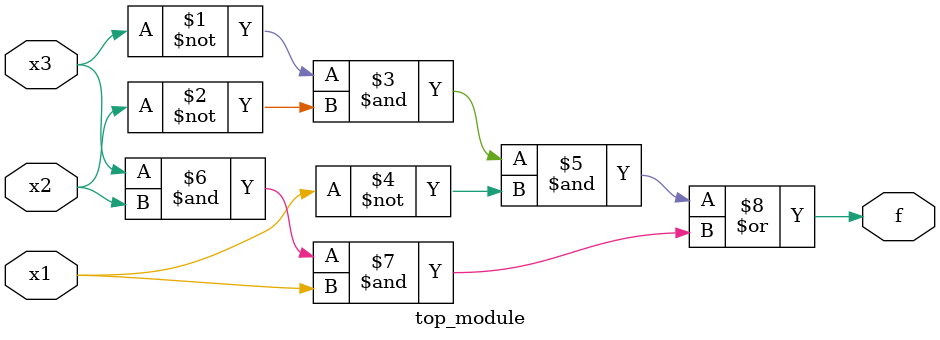
<source format=sv>
module top_module (
    input x3,
    input x2,
    input x1,
    output f
);

assign f = (~x3 & ~x2 & ~x1) | (x3 & x2 & x1);

endmodule

</source>
